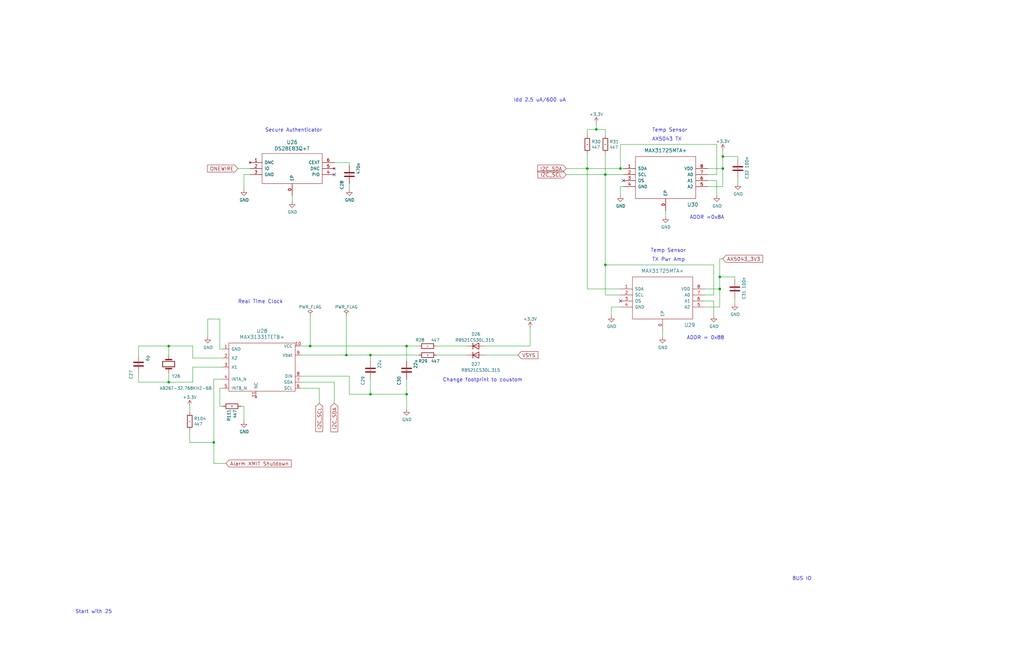
<source format=kicad_sch>
(kicad_sch (version 20230121) (generator eeschema)
  (paper "USLedger")
  (title_block (title "Radiation Tolerant PacSat Communication") (date "2023-06-17") (rev "1.1") (company "AMSAT-NA") (comment 1 "N5BRG"))
  (lib_symbols
    (symbol "Device:C" (pin_numbers hide) (pin_names (offset 0.254))
      (property "Reference" "C" (at 0.635 2.54 0))
      (property "Value" "C" (at 0.635 -2.54 0))
      (symbol "C_0_1"
        (polyline (pts (xy -2.032 -0.762) (xy 2.032 -0.762)) (stroke (width 0.508)))
        (polyline (pts (xy -2.032 0.762) (xy 2.032 0.762)) (stroke (width 0.508)))
      )
      (symbol "C_1_1"
        (pin passive line (at 0 3.81 270) (length 2.794) (name "~") (number "1"))
        (pin passive line (at 0 -3.81 90) (length 2.794) (name "~") (number "2"))
      )
    )
    (symbol "Device:Crystal" (pin_numbers hide) (pin_names (offset 1.016) hide)
      (property "Reference" "Y" (at 0 3.81 0))
      (property "Value" "Crystal" (at 0 -3.81 0))
      (symbol "Crystal_0_1"
        (rectangle (start -1.143 2.54) (end 1.143 -2.54) (stroke (width 0.3048)))
        (polyline (pts (xy -2.54 0) (xy -1.905 0)))
        (polyline (pts (xy -1.905 -1.27) (xy -1.905 1.27)) (stroke (width 0.508)))
        (polyline (pts (xy 1.905 -1.27) (xy 1.905 1.27)) (stroke (width 0.508)))
        (polyline (pts (xy 2.54 0) (xy 1.905 0)))
      )
      (symbol "Crystal_1_1"
        (pin passive line (at -3.81 0 0) (length 1.27) (name "1") (number "1"))
        (pin passive line (at 3.81 0 180) (length 1.27) (name "2") (number "2"))
      )
    )
    (symbol "Device:R" (pin_numbers hide) (pin_names (offset 0))
      (property "Reference" "R" (at 2.032 0 90))
      (property "Value" "R" (at 0 0 90))
      (symbol "R_0_1"
        (rectangle (start -1.016 -2.54) (end 1.016 2.54) (stroke (width 0.254)))
      )
      (symbol "R_1_1"
        (pin passive line (at 0 3.81 270) (length 1.27) (name "~") (number "1"))
        (pin passive line (at 0 -3.81 90) (length 1.27) (name "~") (number "2"))
      )
    )
    (symbol "Diode:1N914" (pin_numbers hide) (pin_names hide)
      (property "Reference" "D" (at 0 2.54 0))
      (property "Value" "1N914" (at 0 -2.54 0))
      (symbol "1N914_0_1"
        (polyline (pts (xy -1.27 1.27) (xy -1.27 -1.27)) (stroke (width 0.254)))
        (polyline (pts (xy 1.27 0) (xy -1.27 0)))
        (polyline (pts (xy 1.27 1.27) (xy 1.27 -1.27) (xy -1.27 0) (xy 1.27 1.27)) (stroke (width 0.254)))
      )
      (symbol "1N914_1_1"
        (pin passive line (at -3.81 0 0) (length 2.54) (name "K") (number "1"))
        (pin passive line (at 3.81 0 180) (length 2.54) (name "A") (number "2"))
      )
    )
    (symbol "PACSAT_ICs:DS28E83" (pin_names (offset 1.016))
      (property "Reference" "U26" (at 0 11.0998 0))
      (property "Value" "DS28E83" (at 0 8.4074 0))
      (symbol "DS28E83_0_1"
        (rectangle (start -12.7 6.35) (end 12.7 -6.35))
      )
      (symbol "DS28E83_1_1"
        (pin power_in line (at 0 -11.43 90) (length 5.08) (name "EP") (number "0"))
        (pin no_connect line (at -17.78 2.54 0) (length 5.08) (name "DNC") (number "1"))
        (pin bidirectional line (at -17.78 0 0) (length 5.08) (name "IO") (number "2"))
        (pin power_in line (at -17.78 -2.54 0) (length 5.08) (name "GND") (number "3"))
        (pin bidirectional line (at 17.78 -2.54 180) (length 5.08) (name "PIO") (number "4"))
        (pin no_connect line (at 17.78 0 180) (length 5.08) (name "DNC") (number "5"))
        (pin passive line (at 17.78 2.54 180) (length 5.08) (name "CEXT") (number "6"))
      )
    )
    (symbol "PACSAT_ICs:MAX31331" (pin_names (offset 1.016))
      (property "Reference" "U?" (at -1.27 14.9098 0))
      (property "Value" "MAX31331" (at -1.27 12.2174 0))
      (symbol "MAX31331_0_1"
        (rectangle (start -13.97 10.16) (end 13.97 -10.16))
      )
      (symbol "MAX31331_1_1"
        (pin power_in line (at -16.51 7.62 0) (length 2.54) (name "GND") (number "1"))
        (pin power_in line (at 16.51 8.89 180) (length 2.54) (name "VCC") (number "10"))
        (pin no_connect line (at -2.54 -12.7 90) (length 2.54) (name "NC") (number "11"))
        (pin input line (at -16.51 3.81 0) (length 2.54) (name "X2") (number "2"))
        (pin input line (at -16.51 0 0) (length 2.54) (name "X1") (number "3"))
        (pin open_collector line (at -16.51 -5.08 0) (length 2.54) (name "INTA_N") (number "4"))
        (pin open_collector line (at -16.51 -8.89 0) (length 2.54) (name "INTB_N") (number "5"))
        (pin input line (at 16.51 -8.89 180) (length 2.54) (name "SCL") (number "6"))
        (pin tri_state line (at 16.51 -6.35 180) (length 2.54) (name "SDA") (number "7"))
        (pin input line (at 16.51 -3.81 180) (length 2.54) (name "DIN") (number "8"))
        (pin power_in line (at 16.51 5.08 180) (length 2.54) (name "Vbat") (number "9"))
      )
    )
    (symbol "PACSAT_ICs:MAX31725" (pin_names (offset 1.016))
      (property "Reference" "U29" (at 11.43 -11.43 0))
      (property "Value" "MAX31725" (at 0 11.43 0))
      (symbol "MAX31725_0_1"
        (rectangle (start -12.7 8.89) (end 12.7 -8.89))
      )
      (symbol "MAX31725_1_1"
        (pin input line (at 0 -13.97 90) (length 5.08) (name "EP") (number "0"))
        (pin input line (at -17.78 3.81 0) (length 5.08) (name "SDA") (number "1"))
        (pin input line (at -17.78 1.27 0) (length 5.08) (name "SCL") (number "2"))
        (pin input line (at -17.78 -1.27 0) (length 5.08) (name "OS") (number "3"))
        (pin input line (at -17.78 -3.81 0) (length 5.08) (name "GND") (number "4"))
        (pin input line (at 17.78 -3.81 180) (length 5.08) (name "A2") (number "5"))
        (pin input line (at 17.78 -1.27 180) (length 5.08) (name "A1") (number "6"))
        (pin input line (at 17.78 1.27 180) (length 5.08) (name "A0") (number "7"))
        (pin input line (at 17.78 3.81 180) (length 5.08) (name "VDD") (number "8"))
      )
    )
    (symbol "power:+3.3V" (power) (pin_names (offset 0))
      (property "Value" "+3.3V" (at 0 3.556 0))
      (symbol "+3.3V_0_1"
        (polyline (pts (xy -0.762 1.27) (xy 0 2.54)))
        (polyline (pts (xy 0 0) (xy 0 2.54)))
        (polyline (pts (xy 0 2.54) (xy 0.762 1.27)))
      )
      (symbol "+3.3V_1_1"
        (pin power_in line (at 0 0 90) (length 0) hide (name "+3.3V") (number "1"))
      )
    )
    (symbol "power:GND" (power) (pin_names (offset 0))
      (property "Value" "GND" (at 0 -3.81 0))
      (symbol "GND_0_1"
        (polyline (pts (xy 0 0) (xy 0 -1.27) (xy 1.27 -1.27) (xy 0 -2.54) (xy -1.27 -1.27) (xy 0 -1.27)))
      )
      (symbol "GND_1_1"
        (pin power_in line (at 0 0 270) (length 0) hide (name "GND") (number "1"))
      )
    )
    (symbol "power:PWR_FLAG" (power) (pin_numbers hide) (pin_names (offset 0) hide)
      (property "Value" "PWR_FLAG" (at 0 3.81 0))
      (symbol "PWR_FLAG_0_0"
        (pin power_out line (at 0 0 90) (length 0) (name "pwr") (number "1"))
      )
      (symbol "PWR_FLAG_0_1"
        (polyline (pts (xy 0 0) (xy 0 1.27) (xy -1.016 1.905) (xy 0 2.54) (xy 1.016 1.905) (xy 0 1.27)))
      )
    )
  )
  (junction (at 71.12 146.05))
  (junction (at 303.53 121.92))
  (junction (at 255.27 73.66))
  (junction (at 251.46 54.61))
  (junction (at 255.27 111.76))
  (junction (at 247.65 71.12))
  (junction (at 130.81 146.05))
  (junction (at 303.53 116.84))
  (junction (at 146.05 149.86))
  (junction (at 156.21 166.37))
  (junction (at 304.8 66.04))
  (junction (at 71.12 161.29))
  (junction (at 261.62 71.12))
  (junction (at 156.21 149.86))
  (junction (at 90.17 186.69))
  (junction (at 304.8 71.12))
  (junction (at 171.45 146.05))
  (junction (at 171.45 166.37))
  (no_connect (at 261.62 127))
  (no_connect (at 262.89 76.2))
  (no_connect (at 140.97 73.66))
  (wire (pts (xy 302.26 76.2) (xy 302.26 82.55)))
  (wire (pts (xy 247.65 57.15) (xy 247.65 54.61)))
  (wire (pts (xy 184.15 149.86) (xy 196.85 149.86)))
  (wire (pts (xy 302.26 60.96) (xy 261.62 60.96)))
  (wire (pts (xy 261.62 129.54) (xy 257.81 129.54)))
  (wire (pts (xy 251.46 54.61) (xy 251.46 52.07)))
  (wire (pts (xy 303.53 121.92) (xy 303.53 129.54)))
  (wire (pts (xy 134.62 163.83) (xy 134.62 170.18)))
  (wire (pts (xy 58.42 146.05) (xy 71.12 146.05)))
  (wire (pts (xy 255.27 124.46) (xy 261.62 124.46)))
  (wire (pts (xy 130.81 133.35) (xy 130.81 146.05)))
  (wire (pts (xy 255.27 54.61) (xy 255.27 57.15)))
  (wire (pts (xy 58.42 161.29) (xy 71.12 161.29)))
  (wire (pts (xy 303.53 116.84) (xy 303.53 121.92)))
  (wire (pts (xy 127 146.05) (xy 130.81 146.05)))
  (wire (pts (xy 81.28 154.94) (xy 93.98 154.94)))
  (wire (pts (xy 90.17 186.69) (xy 90.17 195.58)))
  (wire (pts (xy 93.98 147.32) (xy 92.71 147.32)))
  (wire (pts (xy 127 149.86) (xy 146.05 149.86)))
  (wire (pts (xy 303.53 116.84) (xy 309.88 116.84)))
  (wire (pts (xy 90.17 160.02) (xy 90.17 186.69)))
  (wire (pts (xy 140.97 68.58) (xy 147.32 68.58)))
  (wire (pts (xy 92.71 171.45) (xy 93.98 171.45)))
  (wire (pts (xy 71.12 161.29) (xy 81.28 161.29)))
  (wire (pts (xy 261.62 78.74) (xy 261.62 82.55)))
  (wire (pts (xy 127 161.29) (xy 140.97 161.29)))
  (wire (pts (xy 311.15 74.93) (xy 311.15 77.47)))
  (wire (pts (xy 71.12 149.86) (xy 71.12 146.05)))
  (wire (pts (xy 247.65 71.12) (xy 261.62 71.12)))
  (wire (pts (xy 171.45 166.37) (xy 171.45 172.72)))
  (wire (pts (xy 147.32 166.37) (xy 156.21 166.37)))
  (wire (pts (xy 87.63 134.62) (xy 87.63 142.24)))
  (wire (pts (xy 101.6 171.45) (xy 102.87 171.45)))
  (wire (pts (xy 80.01 181.61) (xy 80.01 186.69)))
  (wire (pts (xy 303.53 109.22) (xy 303.53 116.84)))
  (wire (pts (xy 255.27 111.76) (xy 300.99 111.76)))
  (wire (pts (xy 238.76 71.12) (xy 247.65 71.12)))
  (wire (pts (xy 127 163.83) (xy 134.62 163.83)))
  (wire (pts (xy 300.99 124.46) (xy 300.99 111.76)))
  (wire (pts (xy 311.15 66.04) (xy 311.15 67.31)))
  (wire (pts (xy 184.15 146.05) (xy 196.85 146.05)))
  (wire (pts (xy 309.88 116.84) (xy 309.88 118.11)))
  (wire (pts (xy 92.71 134.62) (xy 87.63 134.62)))
  (wire (pts (xy 171.45 146.05) (xy 176.53 146.05)))
  (wire (pts (xy 156.21 166.37) (xy 171.45 166.37)))
  (wire (pts (xy 147.32 77.47) (xy 147.32 80.01)))
  (wire (pts (xy 238.76 73.66) (xy 255.27 73.66)))
  (wire (pts (xy 90.17 186.69) (xy 80.01 186.69)))
  (wire (pts (xy 298.45 78.74) (xy 304.8 78.74)))
  (wire (pts (xy 304.8 78.74) (xy 304.8 71.12)))
  (wire (pts (xy 146.05 149.86) (xy 156.21 149.86)))
  (wire (pts (xy 156.21 149.86) (xy 176.53 149.86)))
  (wire (pts (xy 247.65 54.61) (xy 251.46 54.61)))
  (wire (pts (xy 300.99 127) (xy 300.99 133.35)))
  (wire (pts (xy 298.45 76.2) (xy 302.26 76.2)))
  (wire (pts (xy 247.65 121.92) (xy 261.62 121.92)))
  (wire (pts (xy 251.46 54.61) (xy 255.27 54.61)))
  (wire (pts (xy 298.45 73.66) (xy 302.26 73.66)))
  (wire (pts (xy 303.53 121.92) (xy 297.18 121.92)))
  (wire (pts (xy 156.21 149.86) (xy 156.21 152.4)))
  (wire (pts (xy 90.17 195.58) (xy 95.25 195.58)))
  (wire (pts (xy 58.42 157.48) (xy 58.42 161.29)))
  (wire (pts (xy 123.19 82.55) (xy 123.19 85.09)))
  (wire (pts (xy 257.81 129.54) (xy 257.81 133.35)))
  (wire (pts (xy 261.62 60.96) (xy 261.62 71.12)))
  (wire (pts (xy 171.45 146.05) (xy 171.45 152.4)))
  (wire (pts (xy 156.21 160.02) (xy 156.21 166.37)))
  (wire (pts (xy 102.87 73.66) (xy 102.87 80.01)))
  (wire (pts (xy 81.28 146.05) (xy 81.28 151.13)))
  (wire (pts (xy 255.27 73.66) (xy 255.27 111.76)))
  (wire (pts (xy 247.65 71.12) (xy 247.65 121.92)))
  (wire (pts (xy 58.42 149.86) (xy 58.42 146.05)))
  (wire (pts (xy 80.01 171.45) (xy 80.01 173.99)))
  (wire (pts (xy 81.28 154.94) (xy 81.28 161.29)))
  (wire (pts (xy 304.8 66.04) (xy 304.8 71.12)))
  (wire (pts (xy 93.98 163.83) (xy 92.71 163.83)))
  (wire (pts (xy 81.28 151.13) (xy 93.98 151.13)))
  (wire (pts (xy 304.8 63.5) (xy 304.8 66.04)))
  (wire (pts (xy 92.71 163.83) (xy 92.71 171.45)))
  (wire (pts (xy 130.81 146.05) (xy 171.45 146.05)))
  (wire (pts (xy 105.41 73.66) (xy 102.87 73.66)))
  (wire (pts (xy 247.65 64.77) (xy 247.65 71.12)))
  (wire (pts (xy 261.62 71.12) (xy 262.89 71.12)))
  (wire (pts (xy 280.67 88.9) (xy 280.67 91.44)))
  (wire (pts (xy 302.26 73.66) (xy 302.26 60.96)))
  (wire (pts (xy 255.27 64.77) (xy 255.27 73.66)))
  (wire (pts (xy 140.97 161.29) (xy 140.97 170.18)))
  (wire (pts (xy 71.12 146.05) (xy 81.28 146.05)))
  (wire (pts (xy 100.33 71.12) (xy 105.41 71.12)))
  (wire (pts (xy 93.98 160.02) (xy 90.17 160.02)))
  (wire (pts (xy 147.32 68.58) (xy 147.32 69.85)))
  (wire (pts (xy 304.8 109.22) (xy 303.53 109.22)))
  (wire (pts (xy 102.87 171.45) (xy 102.87 177.8)))
  (wire (pts (xy 147.32 158.75) (xy 147.32 166.37)))
  (wire (pts (xy 297.18 124.46) (xy 300.99 124.46)))
  (wire (pts (xy 146.05 133.35) (xy 146.05 149.86)))
  (wire (pts (xy 171.45 166.37) (xy 171.45 160.02)))
  (wire (pts (xy 279.4 139.7) (xy 279.4 142.24)))
  (wire (pts (xy 262.89 78.74) (xy 261.62 78.74)))
  (wire (pts (xy 297.18 127) (xy 300.99 127)))
  (wire (pts (xy 71.12 157.48) (xy 71.12 161.29)))
  (wire (pts (xy 304.8 71.12) (xy 298.45 71.12)))
  (wire (pts (xy 303.53 129.54) (xy 297.18 129.54)))
  (wire (pts (xy 255.27 73.66) (xy 262.89 73.66)))
  (wire (pts (xy 309.88 125.73) (xy 309.88 128.27)))
  (wire (pts (xy 304.8 66.04) (xy 311.15 66.04)))
  (wire (pts (xy 223.52 146.05) (xy 223.52 138.43)))
  (wire (pts (xy 255.27 111.76) (xy 255.27 124.46)))
  (wire (pts (xy 127 158.75) (xy 147.32 158.75)))
  (wire (pts (xy 92.71 147.32) (xy 92.71 134.62)))
  (wire (pts (xy 204.47 146.05) (xy 223.52 146.05)))
  (wire (pts (xy 204.47 149.86) (xy 218.44 149.86)))
  (text "TX Pwr Amp" (at 274.955 110.49 0) (effects (font (size 1.524 1.524)) (justify left bottom)))
  (text "Temp Sensor" (at 274.32 106.68 0) (effects (font (size 1.524 1.524)) (justify left bottom)))
  (text "BUS IO" (at 334.01 245.11 0) (effects (font (size 1.524 1.524)) (justify left bottom)))
  (text "Change footprint to coustom" (at 186.69 161.29 0) (effects (font (size 1.524 1.524)) (justify left bottom)))
  (text "Idd 2.5 uA/600 uA" (at 216.535 43.18 0) (effects (font (size 1.524 1.524)) (justify left bottom)))
  (text "Start with 25" (at 31.75 259.08 0) (effects (font (size 1.524 1.524)) (justify left bottom)))
  (text "Temp Sensor" (at 274.955 55.88 0) (effects (font (size 1.524 1.524)) (justify left bottom)))
  (text "ADDR = 0x88" (at 289.56 143.51 0) (effects (font (size 1.524 1.524)) (justify left bottom)))
  (text "AX5043 TX" (at 274.955 59.69 0) (effects (font (size 1.524 1.524)) (justify left bottom)))
  (text "ADDR =0x8A" (at 290.83 92.71 0) (effects (font (size 1.524 1.524)) (justify left bottom)))
  (text "Secure Authenticator" (at 111.76 55.88 0) (effects (font (size 1.524 1.524)) (justify left bottom)))
  (text "Real Time Clock" (at 100.33 128.27 0) (effects (font (size 1.524 1.524)) (justify left bottom)))
  (global_label "I2C_SCL" (shape input) (at 134.62 170.18 270) (effects (font (size 1.524 1.524))) (property "Intersheetrefs" "${INTERSHEET_REFS}" (effects hide)))
  (global_label "AX5043_3V3" (shape input) (at 304.8 109.22 0) (effects (font (size 1.524 1.524))) (property "Intersheetrefs" "${INTERSHEET_REFS}" (effects hide)))
  (global_label "ONEWIRE" (shape input) (at 100.33 71.12 180) (effects (font (size 1.524 1.524))) (property "Intersheetrefs" "${INTERSHEET_REFS}" (effects hide)))
  (global_label "I2C_SDA" (shape input) (at 140.97 170.18 270) (effects (font (size 1.524 1.524))) (property "Intersheetrefs" "${INTERSHEET_REFS}" (effects hide)))
  (global_label "I2C_SDA" (shape input) (at 238.76 71.12 180) (effects (font (size 1.524 1.524))) (property "Intersheetrefs" "${INTERSHEET_REFS}" (effects hide)))
  (global_label "VSYS" (shape input) (at 218.44 149.86 0) (effects (font (size 1.524 1.524))) (property "Intersheetrefs" "${INTERSHEET_REFS}" (effects hide)))
  (global_label "I2C_SCL" (shape input) (at 238.76 73.66 180) (effects (font (size 1.524 1.524))) (property "Intersheetrefs" "${INTERSHEET_REFS}" (effects hide)))
  (global_label "Alarm XMIT Shutdown" (shape input) (at 95.25 195.58 0) (effects (font (size 1.524 1.524))) (property "Intersheetrefs" "${INTERSHEET_REFS}" (effects hide)))
  (symbol (lib_id "PACSAT_ICs:MAX31725") (at 280.67 74.93 0) (unit 1)
    (property "Reference" "U30" (at 292.1 86.36 0) (effects (font (size 1.524 1.524))))
    (property "Value" "MAX31725MTA+" (at 280.67 63.5 0) (effects (font (size 1.524 1.524))))
    (property "Footprint" "PacSatDev_maxim:TDFN_T833_2" (effects hide))
  )
  (symbol (lib_id "power:GND") (at 261.62 82.55 0) (unit 1)
    (property "Reference" "#PWR050" (effects hide))
    (property "Value" "GND" (at 261.747 86.9442 0))
  )
  (symbol (lib_id "power:GND") (at 302.26 82.55 0) (unit 1)
    (property "Reference" "#PWR061" (effects hide))
    (property "Value" "GND" (at 302.387 86.9442 0))
  )
  (symbol (lib_id "power:GND") (at 280.67 91.44 0) (unit 1)
    (property "Reference" "#PWR058" (effects hide))
    (property "Value" "GND" (at 280.797 95.8342 0))
  )
  (symbol (lib_id "Device:R") (at 255.27 60.96 0) (unit 1)
    (property "Reference" "R31" (at 257.048 59.7916 0) (effects (justify left)))
    (property "Value" "4k7" (at 257.048 62.103 0) (effects (justify left)))
    (property "Footprint" "Resistor_SMD:R_0603_1608Metric_Pad0.98x0.95mm_HandSolder" (effects hide))
    (property "Datasheet" "~" (at 255.27 60.96 0))
  )
  (symbol (lib_id "Device:R") (at 247.65 60.96 0) (unit 1)
    (property "Reference" "R30" (at 249.428 59.7916 0) (effects (justify left)))
    (property "Value" "4k7" (at 249.428 62.103 0) (effects (justify left)))
    (property "Footprint" "Resistor_SMD:R_0603_1608Metric_Pad0.98x0.95mm_HandSolder" (effects hide))
    (property "Datasheet" "~" (at 247.65 60.96 0))
  )
  (symbol (lib_id "Device:C") (at 311.15 71.12 0) (unit 1)
    (property "Reference" "C32" (at 314.96 73.66 90))
    (property "Value" "100n" (at 314.96 68.58 90))
    (property "Footprint" "Capacitor_SMD:C_0603_1608Metric_Pad1.08x0.95mm_HandSolder" (effects hide))
    (property "Datasheet" "~" (at 311.15 71.12 0))
  )
  (symbol (lib_id "power:GND") (at 311.15 77.47 0) (unit 1)
    (property "Reference" "#PWR069" (effects hide))
    (property "Value" "GND" (at 311.277 81.8642 0))
  )
  (symbol (lib_id "PACSAT_ICs:DS28E83") (at 123.19 71.12 0) (unit 1)
    (property "Reference" "U26" (at 123.19 60.0202 0) (effects (font (size 1.524 1.524))))
    (property "Value" "DS28E83Q+T" (at 123.19 62.7126 0) (effects (font (size 1.524 1.524))))
    (property "Footprint" "PacSatDev_maxim:TDFN_T633_2" (effects hide))
  )
  (symbol (lib_id "power:GND") (at 102.87 80.01 0) (unit 1)
    (property "Reference" "#PWR037" (effects hide))
    (property "Value" "GND" (at 102.997 84.4042 0))
  )
  (symbol (lib_id "power:GND") (at 123.19 85.09 0) (unit 1)
    (property "Reference" "#PWR040" (effects hide))
    (property "Value" "GND" (at 123.317 89.4842 0))
  )
  (symbol (lib_id "Device:C") (at 147.32 73.66 0) (unit 1)
    (property "Reference" "C28" (at 144.145 78.105 90))
    (property "Value" "470n" (at 151.13 71.12 90))
    (property "Footprint" "Capacitor_SMD:C_0603_1608Metric_Pad1.08x0.95mm_HandSolder" (effects hide))
    (property "Datasheet" "~" (at 147.32 73.66 0))
  )
  (symbol (lib_id "power:GND") (at 147.32 80.01 0) (unit 1)
    (property "Reference" "#PWR042" (effects hide))
    (property "Value" "GND" (at 147.447 84.4042 0))
  )
  (symbol (lib_id "Device:C") (at 156.21 156.21 0) (unit 1)
    (property "Reference" "C29" (at 153.035 160.655 90))
    (property "Value" "22u" (at 160.02 153.67 90))
    (property "Footprint" "Capacitor_SMD:C_0603_1608Metric_Pad1.08x0.95mm_HandSolder" (effects hide))
    (property "Datasheet" "~" (at 156.21 156.21 0))
  )
  (symbol (lib_id "Device:R") (at 80.01 177.8 0) (unit 1)
    (property "Reference" "R104" (at 81.788 176.6316 0) (effects (justify left)))
    (property "Value" "4k7" (at 81.788 178.943 0) (effects (justify left)))
    (property "Footprint" "Resistor_SMD:R_0603_1608Metric_Pad0.98x0.95mm_HandSolder" (effects hide))
    (property "Datasheet" "~" (at 80.01 177.8 0))
  )
  (symbol (lib_id "power:+3.3V") (at 304.8 63.5 0) (unit 1)
    (property "Reference" "#PWR067" (effects hide))
    (property "Value" "+3.3V" (at 304.8 59.69 0))
  )
  (symbol (lib_id "power:+3.3V") (at 80.01 171.45 0) (unit 1)
    (property "Reference" "#PWR0123" (effects hide))
    (property "Value" "+3.3V" (at 80.01 167.64 0))
  )
  (symbol (lib_id "power:+3.3V") (at 251.46 52.07 0) (unit 1)
    (property "Reference" "#PWR046" (effects hide))
    (property "Value" "+3.3V" (at 251.46 48.26 0))
  )
  (symbol (lib_id "power:PWR_FLAG") (at 130.81 133.35 0) (unit 1)
    (property "Reference" "#FLG026" (effects hide))
    (property "Value" "PWR_FLAG" (at 130.81 129.54 0))
  )
  (symbol (lib_id "power:GND") (at 309.88 128.27 0) (unit 1)
    (property "Reference" "#PWR068" (effects hide))
    (property "Value" "GND" (at 310.007 132.6642 0))
  )
  (symbol (lib_id "power:GND") (at 279.4 142.24 0) (unit 1)
    (property "Reference" "#PWR051" (effects hide))
    (property "Value" "GND" (at 279.527 146.6342 0))
  )
  (symbol (lib_id "power:GND") (at 171.45 172.72 0) (unit 1)
    (property "Reference" "#PWR044" (effects hide))
    (property "Value" "GND" (at 171.577 177.1142 0))
  )
  (symbol (lib_id "power:GND") (at 87.63 142.24 0) (unit 1)
    (property "Reference" "#PWR039" (effects hide))
    (property "Value" "GND" (at 87.757 146.6342 0))
  )
  (symbol (lib_id "Device:R") (at 180.34 146.05 90) (unit 1)
    (property "Reference" "R28" (at 179.07 143.51 90) (effects (justify left)))
    (property "Value" "4k7" (at 185.42 143.51 90) (effects (justify left)))
    (property "Footprint" "Resistor_SMD:R_0603_1608Metric_Pad0.98x0.95mm_HandSolder" (effects hide))
    (property "Datasheet" "~" (at 180.34 146.05 0))
  )
  (symbol (lib_id "PACSAT_ICs:MAX31331") (at 110.49 154.94 0) (unit 1)
    (property "Reference" "U28" (at 110.49 139.7 0) (effects (font (size 1.524 1.524))))
    (property "Value" "MAX31331TETB+" (at 110.49 142.24 0) (effects (font (size 1.524 1.524))))
    (property "Footprint" "PacSatDev_misc:TDFN-10-1EP_3x3mm_P0.5mm_EP0.9x2mm" (effects hide))
  )
  (symbol (lib_id "power:GND") (at 300.99 133.35 0) (unit 1)
    (property "Reference" "#PWR060" (effects hide))
    (property "Value" "GND" (at 301.117 137.7442 0))
  )
  (symbol (lib_id "power:GND") (at 102.87 177.8 0) (unit 1)
    (property "Reference" "#PWR0121" (effects hide))
    (property "Value" "GND" (at 102.997 182.1942 0))
  )
  (symbol (lib_id "PACSAT_ICs:MAX31725") (at 279.4 125.73 0) (unit 1)
    (property "Reference" "U29" (at 290.83 137.16 0) (effects (font (size 1.524 1.524))))
    (property "Value" "MAX31725MTA+" (at 279.4 114.3 0) (effects (font (size 1.524 1.524))))
    (property "Footprint" "PacSatDev_maxim:TDFN_T833_2" (effects hide))
  )
  (symbol (lib_id "Device:C") (at 171.45 156.21 0) (unit 1)
    (property "Reference" "C30" (at 168.275 160.655 90))
    (property "Value" "22u" (at 175.26 153.67 90))
    (property "Footprint" "Capacitor_SMD:C_0603_1608Metric_Pad1.08x0.95mm_HandSolder" (effects hide))
    (property "Datasheet" "~" (at 171.45 156.21 0))
  )
  (symbol (lib_id "Device:Crystal") (at 71.12 153.67 270) (unit 1)
    (property "Reference" "Y26" (at 72.39 158.75 90) (effects (justify left)))
    (property "Value" "AB26T-32.768KHZ-6B" (at 67.31 163.83 90) (effects (justify left)))
    (property "Footprint" "Crystal:Crystal_AT310_D3.0mm_L10.0mm_Horizontal" (effects hide))
  )
  (symbol (lib_id "Diode:1N914") (at 200.66 146.05 0) (unit 1)
    (property "Reference" "D26" (at 200.66 140.97 0))
    (property "Value" "RB521CS30L,315 " (at 200.66 143.51 0))
    (property "Footprint" "Diode_SMD:D_0603_1608Metric" (effects hide))
    (property "Datasheet" "http://www.vishay.com/docs/85622/1n914.pdf" (effects hide))
    (property "Sim.Device" "D" (effects hide))
    (property "Sim.Pins" "1=K 2=A" (effects hide))
  )
  (symbol (lib_id "Device:R") (at 180.34 149.86 90) (unit 1)
    (property "Reference" "R29" (at 180.34 152.4 90) (effects (justify left)))
    (property "Value" "4k7" (at 185.42 152.4 90) (effects (justify left)))
    (property "Footprint" "Resistor_SMD:R_0603_1608Metric_Pad0.98x0.95mm_HandSolder" (effects hide))
    (property "Datasheet" "~" (at 180.34 149.86 0))
  )
  (symbol (lib_id "power:GND") (at 257.81 133.35 0) (unit 1)
    (property "Reference" "#PWR047" (effects hide))
    (property "Value" "GND" (at 257.937 137.7442 0))
  )
  (symbol (lib_id "power:+3.3V") (at 223.52 138.43 0) (unit 1)
    (property "Reference" "#PWR045" (effects hide))
    (property "Value" "+3.3V" (at 223.52 134.62 0))
  )
  (symbol (lib_id "Device:R") (at 97.79 171.45 90) (unit 1)
    (property "Reference" "R111" (at 96.52 177.8 0) (effects (justify left)))
    (property "Value" "4k7" (at 99.06 176.53 0) (effects (justify left)))
    (property "Footprint" "Resistor_SMD:R_0603_1608Metric_Pad0.98x0.95mm_HandSolder" (effects hide))
    (property "Datasheet" "~" (at 97.79 171.45 0))
  )
  (symbol (lib_id "power:PWR_FLAG") (at 146.05 133.35 0) (unit 1)
    (property "Reference" "#FLG027" (effects hide))
    (property "Value" "PWR_FLAG" (at 146.05 129.54 0))
  )
  (symbol (lib_id "Device:C") (at 58.42 153.67 0) (unit 1)
    (property "Reference" "C27" (at 55.245 158.115 90))
    (property "Value" "6p" (at 62.23 151.13 90))
    (property "Footprint" "Capacitor_SMD:C_0603_1608Metric_Pad1.08x0.95mm_HandSolder" (effects hide))
    (property "Datasheet" "~" (at 58.42 153.67 0))
  )
  (symbol (lib_id "Diode:1N914") (at 200.66 149.86 0) (unit 1)
    (property "Reference" "D27" (at 200.66 153.67 0))
    (property "Value" "RB521CS30L,315 " (at 203.2 156.21 0))
    (property "Footprint" "Diode_SMD:D_0603_1608Metric" (effects hide))
    (property "Datasheet" "http://www.vishay.com/docs/85622/1n914.pdf" (effects hide))
    (property "Sim.Device" "D" (effects hide))
    (property "Sim.Pins" "1=K 2=A" (effects hide))
  )
  (symbol (lib_id "Device:C") (at 309.88 121.92 0) (unit 1)
    (property "Reference" "C31" (at 313.69 124.46 90))
    (property "Value" "100n" (at 313.69 119.38 90))
    (property "Footprint" "Capacitor_SMD:C_0603_1608Metric_Pad1.08x0.95mm_HandSolder" (effects hide))
    (property "Datasheet" "~" (at 309.88 121.92 0))
  )
)
</source>
